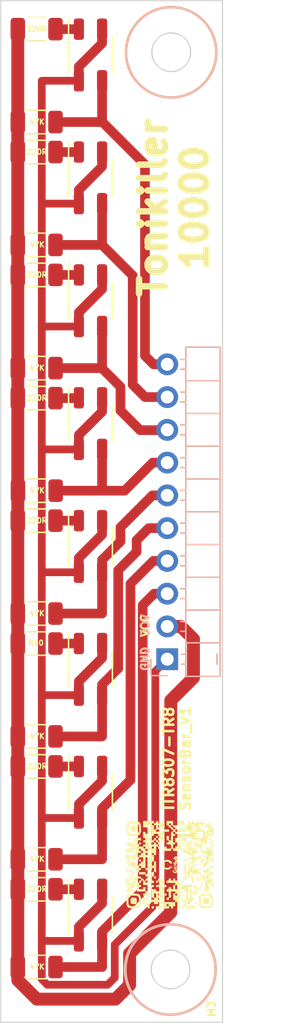
<source format=kicad_pcb>
(kicad_pcb (version 20221018) (generator pcbnew)
  (layers (0 "F.Cu" signal) (31 "B.Cu" signal) (34 "B.Paste" user) (35 "F.Paste" user) (36 "B.SilkS" user "B.Silkscreen") (37 "F.SilkS" user "F.Silkscreen") (38 "B.Mask" user) (39 "F.Mask" user) (44 "Edge.Cuts" user))
  (net 0 "")
  (net 1 "+5V")
  (net 2 "Net-(U1-A)")
  (net 3 "Net-(U2-A)")
  (net 4 "A4")
  (net 5 "A0")
  (net 6 "Net-(U3-A)")
  (net 7 "Net-(U4-A)")
  (net 8 "A5")
  (net 9 "A1")
  (net 10 "Net-(U5-A)")
  (net 11 "Net-(U6-A)")
  (net 12 "A6")
  (net 13 "A2")
  (net 14 "Net-(U7-A)")
  (net 15 "Net-(U8-A)")
  (net 16 "A7")
  (net 17 "A3")
  (net 18 "GND")
  (footprint "Resistor_SMD:R_1206_3216Metric" (layer "F.Cu") (at 118.27 85.15)
    (fp_text reference "R7" hide)
    (fp_text value "47K" (at 0.02 -0.015) (layer "F.SilkS") (effects (font (size 0.4 0.4) (thickness 0.1))))
    (pad "1" smd roundrect (at -1.4625 0) (size 1.125 1.75) (layers "F.Cu" "F.Paste" "F.Mask") (roundrect_rratio 0.2222222222) (net 1 "+5V"))
    (pad "2" smd roundrect (at 1.4625 0) (size 1.125 1.75) (layers "F.Cu" "F.Paste" "F.Mask") (roundrect_rratio 0.2222222222) (net 8 "A5"))
  )
  (footprint "OptoDevice:Everlight_ITR1201SR10AR" (layer "F.Cu") (at 122.445 89.45)
    (fp_text reference "U1" hide)
    (fp_text value "ITR8307")
    (pad "1" smd roundrect (at -0.9 2) (size 0.79 1.66) (layers "F.Cu" "F.Paste" "F.Mask") (net 18 "GND"))
    (pad "2" smd roundrect (at -0.9 -2) (size 0.79 1.66) (layers "F.Cu" "F.Paste" "F.Mask") (net 2 "Net-(U1-A)"))
    (pad "3" smd roundrect (at 0.9 2) (size 0.79 1.66) (layers "F.Cu" "F.Paste" "F.Mask") (net 4 "A4"))
    (pad "4" smd roundrect (at 0.9 -2) (size 0.79 1.66) (layers "F.Cu" "F.Paste" "F.Mask") (net 18 "GND"))
  )
  (footprint "Resistor_SMD:R_1206_3216Metric" (layer "F.Cu") (at 118.27 96.975)
    (fp_text reference "R14" hide)
    (fp_text value "220R" (at 0.02 -0.015) (layer "F.SilkS") (effects (font (size 0.4 0.4) (thickness 0.1))))
    (pad "1" smd roundrect (at -1.4625 0) (size 1.125 1.75) (layers "F.Cu" "F.Paste" "F.Mask") (roundrect_rratio 0.2222222222) (net 1 "+5V"))
    (pad "2" smd roundrect (at 1.4625 0) (size 1.125 1.75) (layers "F.Cu" "F.Paste" "F.Mask") (roundrect_rratio 0.2222222222) (net 15 "Net-(U8-A)"))
  )
  (footprint "Resistor_SMD:R_1206_3216Metric" (layer "F.Cu") (at 118.27 68.4)
    (fp_text reference "R9" hide)
    (fp_text value "220R" (at 0.02 -0.015) (layer "F.SilkS") (effects (font (size 0.4 0.4) (thickness 0.1))))
    (pad "1" smd roundrect (at -1.4625 0) (size 1.125 1.75) (layers "F.Cu" "F.Paste" "F.Mask") (roundrect_rratio 0.2222222222) (net 1 "+5V"))
    (pad "2" smd roundrect (at 1.4625 0) (size 1.125 1.75) (layers "F.Cu" "F.Paste" "F.Mask") (roundrect_rratio 0.2222222222) (net 10 "Net-(U5-A)"))
  )
  (footprint "OptoDevice:Everlight_ITR1201SR10AR" (layer "F.Cu") (at 122.445 70.4)
    (fp_text reference "U5" hide)
    (fp_text value "ITR8307")
    (pad "1" smd roundrect (at -0.9 2) (size 0.79 1.66) (layers "F.Cu" "F.Paste" "F.Mask") (net 18 "GND"))
    (pad "2" smd roundrect (at -0.9 -2) (size 0.79 1.66) (layers "F.Cu" "F.Paste" "F.Mask") (net 10 "Net-(U5-A)"))
    (pad "3" smd roundrect (at 0.9 2) (size 0.79 1.66) (layers "F.Cu" "F.Paste" "F.Mask") (net 12 "A6"))
    (pad "4" smd roundrect (at 0.9 -2) (size 0.79 1.66) (layers "F.Cu" "F.Paste" "F.Mask") (net 18 "GND"))
  )
  (footprint "Resistor_SMD:R_1206_3216Metric" (layer "F.Cu") (at 118.27 87.475)
    (fp_text reference "R1" hide)
    (fp_text value "220R" (at 0.02 -0.015) (layer "F.SilkS") (effects (font (size 0.4 0.4) (thickness 0.1))))
    (pad "1" smd roundrect (at -1.4625 0) (size 1.125 1.75) (layers "F.Cu" "F.Paste" "F.Mask") (roundrect_rratio 0.2222222222) (net 1 "+5V"))
    (pad "2" smd roundrect (at 1.4625 0) (size 1.125 1.75) (layers "F.Cu" "F.Paste" "F.Mask") (roundrect_rratio 0.2222222222) (net 2 "Net-(U1-A)"))
  )
  (footprint "Resistor_SMD:R_1206_3216Metric" (layer "F.Cu") (at 118.27 104.175)
    (fp_text reference "R16" hide)
    (fp_text value "47K" (at 0.02 -0.015) (layer "F.SilkS") (effects (font (size 0.4 0.4) (thickness 0.1))))
    (pad "1" smd roundrect (at -1.4625 0) (size 1.125 1.75) (layers "F.Cu" "F.Paste" "F.Mask") (roundrect_rratio 0.2222222222) (net 1 "+5V"))
    (pad "2" smd roundrect (at 1.4625 0) (size 1.125 1.75) (layers "F.Cu" "F.Paste" "F.Mask") (roundrect_rratio 0.2222222222) (net 17 "A3"))
  )
  (footprint "Resistor_SMD:R_1206_3216Metric" (layer "F.Cu") (at 118.27 66.075)
    (fp_text reference "R15" hide)
    (fp_text value "47K" (at 0.02 -0.015) (layer "F.SilkS") (effects (font (size 0.4 0.4) (thickness 0.1))))
    (pad "1" smd roundrect (at -1.4625 0) (size 1.125 1.75) (layers "F.Cu" "F.Paste" "F.Mask") (roundrect_rratio 0.2222222222) (net 1 "+5V"))
    (pad "2" smd roundrect (at 1.4625 0) (size 1.125 1.75) (layers "F.Cu" "F.Paste" "F.Mask") (roundrect_rratio 0.2222222222) (net 16 "A7"))
  )
  (footprint "Resistor_SMD:R_1206_3216Metric" (layer "F.Cu") (at 118.27 113.7)
    (fp_text reference "R12" hide)
    (fp_text value "47K" (at 0.02 -0.015) (layer "F.SilkS") (effects (font (size 0.4 0.4) (thickness 0.1))))
    (pad "1" smd roundrect (at -1.4625 0) (size 1.125 1.75) (layers "F.Cu" "F.Paste" "F.Mask") (roundrect_rratio 0.2222222222) (net 1 "+5V"))
    (pad "2" smd roundrect (at 1.4625 0) (size 1.125 1.75) (layers "F.Cu" "F.Paste" "F.Mask") (roundrect_rratio 0.2222222222) (net 13 "A2"))
  )
  (footprint "Resistor_SMD:R_1206_3216Metric" (layer "F.Cu") (at 118.27 106.5)
    (fp_text reference "R10" (at -0.045 -0.05) (layer "F.SilkS") (effects (font (size 0.4 0.4) (thickness 0.1))))
    (fp_text value "220R")
    (pad "1" smd roundrect (at -1.4625 0) (size 1.125 1.75) (layers "F.Cu" "F.Paste" "F.Mask") (roundrect_rratio 0.2222222222) (net 1 "+5V"))
    (pad "2" smd roundrect (at 1.4625 0) (size 1.125 1.75) (layers "F.Cu" "F.Paste" "F.Mask") (roundrect_rratio 0.2222222222) (net 11 "Net-(U6-A)"))
  )
  (footprint "Resistor_SMD:R_1206_3216Metric" (layer "F.Cu") (at 118.2825 94.65)
    (fp_text reference "R3" hide)
    (fp_text value "47K" (at 0.02 -0.015) (layer "F.SilkS") (effects (font (size 0.4 0.4) (thickness 0.1))))
    (pad "1" smd roundrect (at -1.4625 0) (size 1.125 1.75) (layers "F.Cu" "F.Paste" "F.Mask") (roundrect_rratio 0.2222222222) (net 1 "+5V"))
    (pad "2" smd roundrect (at 1.4625 0) (size 1.125 1.75) (layers "F.Cu" "F.Paste" "F.Mask") (roundrect_rratio 0.2222222222) (net 4 "A4"))
  )
  (footprint "OptoDevice:Everlight_ITR1201SR10AR" (layer "F.Cu") (at 122.445 108.5)
    (fp_text reference "U6" hide)
    (fp_text value "ITR8307")
    (pad "1" smd roundrect (at -0.9 2) (size 0.79 1.66) (layers "F.Cu" "F.Paste" "F.Mask") (net 18 "GND"))
    (pad "2" smd roundrect (at -0.9 -2) (size 0.79 1.66) (layers "F.Cu" "F.Paste" "F.Mask") (net 11 "Net-(U6-A)"))
    (pad "3" smd roundrect (at 0.9 2) (size 0.79 1.66) (layers "F.Cu" "F.Paste" "F.Mask") (net 13 "A2"))
    (pad "4" smd roundrect (at 0.9 -2) (size 0.79 1.66) (layers "F.Cu" "F.Paste" "F.Mask") (net 18 "GND"))
  )
  (footprint "Resistor_SMD:R_1206_3216Metric" (layer "F.Cu") (at 118.27 125.55)
    (fp_text reference "R2" hide)
    (fp_text value "220R" (at 0.02 -0.015) (layer "F.SilkS") (effects (font (size 0.4 0.4) (thickness 0.1))))
    (pad "1" smd roundrect (at -1.4625 0) (size 1.125 1.75) (layers "F.Cu" "F.Paste" "F.Mask") (roundrect_rratio 0.2222222222) (net 1 "+5V"))
    (pad "2" smd roundrect (at 1.4625 0) (size 1.125 1.75) (layers "F.Cu" "F.Paste" "F.Mask") (roundrect_rratio 0.2222222222) (net 3 "Net-(U2-A)"))
  )
  (footprint "Resistor_SMD:R_1206_3216Metric" (layer "F.Cu") (at 118.27 116.025)
    (fp_text reference "R6" hide)
    (fp_text value "220R" (at 0.02 -0.015) (layer "F.SilkS") (effects (font (size 0.4 0.4) (thickness 0.1))))
    (pad "1" smd roundrect (at -1.4625 0) (size 1.125 1.75) (layers "F.Cu" "F.Paste" "F.Mask") (roundrect_rratio 0.2222222222) (net 1 "+5V"))
    (pad "2" smd roundrect (at 1.4625 0) (size 1.125 1.75) (layers "F.Cu" "F.Paste" "F.Mask") (roundrect_rratio 0.2222222222) (net 7 "Net-(U4-A)"))
  )
  (footprint "LOGO" (layer "F.Cu") (at 128.56 123.58 90)
    (fp_text reference "G***" hide)
    (fp_text value "LOGO" hide)
  )
  (footprint "Resistor_SMD:R_1206_3216Metric" (layer "F.Cu") (at 118.27 75.6)
    (fp_text reference "R11" hide)
    (fp_text value "47K" (at 0.02 -0.015) (layer "F.SilkS") (effects (font (size 0.4 0.4) (thickness 0.1))))
    (pad "1" smd roundrect (at -1.4625 0) (size 1.125 1.75) (layers "F.Cu" "F.Paste" "F.Mask") (roundrect_rratio 0.2222222222) (net 1 "+5V"))
    (pad "2" smd roundrect (at 1.4625 0) (size 1.125 1.75) (layers "F.Cu" "F.Paste" "F.Mask") (roundrect_rratio 0.2222222222) (net 12 "A6"))
  )
  (footprint "OptoDevice:Everlight_ITR1201SR10AR" (layer "F.Cu") (at 122.445 98.975)
    (fp_text reference "U8" hide)
    (fp_text value "ITR8307")
    (pad "1" smd roundrect (at -0.9 2) (size 0.79 1.66) (layers "F.Cu" "F.Paste" "F.Mask") (net 18 "GND"))
    (pad "2" smd roundrect (at -0.9 -2) (size 0.79 1.66) (layers "F.Cu" "F.Paste" "F.Mask") (net 15 "Net-(U8-A)"))
    (pad "3" smd roundrect (at 0.9 2) (size 0.79 1.66) (layers "F.Cu" "F.Paste" "F.Mask") (net 17 "A3"))
    (pad "4" smd roundrect (at 0.9 -2) (size 0.79 1.66) (layers "F.Cu" "F.Paste" "F.Mask") (net 18 "GND"))
  )
  (footprint "OptoDevice:Everlight_ITR1201SR10AR" (layer "F.Cu") (at 122.445 60.875)
    (fp_text reference "U7" hide)
    (fp_text value "ITR8307")
    (pad "1" smd roundrect (at -0.9 2) (size 0.79 1.66) (layers "F.Cu" "F.Paste" "F.Mask") (net 18 "GND"))
    (pad "2" smd roundrect (at -0.9 -2) (size 0.79 1.66) (layers "F.Cu" "F.Paste" "F.Mask") (net 14 "Net-(U7-A)"))
    (pad "3" smd roundrect (at 0.9 2) (size 0.79 1.66) (layers "F.Cu" "F.Paste" "F.Mask") (net 16 "A7"))
    (pad "4" smd roundrect (at 0.9 -2) (size 0.79 1.66) (layers "F.Cu" "F.Paste" "F.Mask") (net 18 "GND"))
  )
  (footprint "OptoDevice:Everlight_ITR1201SR10AR" (layer "F.Cu") (at 122.445 79.925)
    (fp_text reference "U3" hide)
    (fp_text value "ITR8307")
    (pad "1" smd roundrect (at -0.9 2) (size 0.79 1.66) (layers "F.Cu" "F.Paste" "F.Mask") (net 18 "GND"))
    (pad "2" smd roundrect (at -0.9 -2) (size 0.79 1.66) (layers "F.Cu" "F.Paste" "F.Mask") (net 6 "Net-(U3-A)"))
    (pad "3" smd roundrect (at 0.9 2) (size 0.79 1.66) (layers "F.Cu" "F.Paste" "F.Mask") (net 8 "A5"))
    (pad "4" smd roundrect (at 0.9 -2) (size 0.79 1.66) (layers "F.Cu" "F.Paste" "F.Mask") (net 18 "GND"))
  )
  (footprint "Resistor_SMD:R_1206_3216Metric" (layer "F.Cu") (at 118.27 123.225)
    (fp_text reference "R8" hide)
    (fp_text value "47K" (at 0.02 -0.015) (layer "F.SilkS") (effects (font (size 0.4 0.4) (thickness 0.1))))
    (pad "1" smd roundrect (at -1.4625 0) (size 1.125 1.75) (layers "F.Cu" "F.Paste" "F.Mask") (roundrect_rratio 0.2222222222) (net 1 "+5V"))
    (pad "2" smd roundrect (at 1.4625 0) (size 1.125 1.75) (layers "F.Cu" "F.Paste" "F.Mask") (roundrect_rratio 0.2222222222) (net 9 "A1"))
  )
  (footprint "OptoDevice:Everlight_ITR1201SR10AR" (layer "F.Cu") (at 122.445 127.55)
    (fp_text reference "U2" hide)
    (fp_text value "ITR8307")
    (pad "1" smd roundrect (at -0.9 2) (size 0.79 1.66) (layers "F.Cu" "F.Paste" "F.Mask") (net 18 "GND"))
    (pad "2" smd roundrect (at -0.9 -2) (size 0.79 1.66) (layers "F.Cu" "F.Paste" "F.Mask") (net 3 "Net-(U2-A)"))
    (pad "3" smd roundrect (at 0.9 2) (size 0.79 1.66) (layers "F.Cu" "F.Paste" "F.Mask") (net 5 "A0"))
    (pad "4" smd roundrect (at 0.9 -2) (size 0.79 1.66) (layers "F.Cu" "F.Paste" "F.Mask") (net 18 "GND"))
  )
  (footprint "OptoDevice:Everlight_ITR1201SR10AR" (layer "F.Cu") (at 122.445 118.025)
    (fp_text reference "U4" hide)
    (fp_text value "ITR8307")
    (pad "1" smd roundrect (at -0.9 2) (size 0.79 1.66) (layers "F.Cu" "F.Paste" "F.Mask") (net 18 "GND"))
    (pad "2" smd roundrect (at -0.9 -2) (size 0.79 1.66) (layers "F.Cu" "F.Paste" "F.Mask") (net 7 "Net-(U4-A)"))
    (pad "3" smd roundrect (at 0.9 2) (size 0.79 1.66) (layers "F.Cu" "F.Paste" "F.Mask") (net 9 "A1"))
    (pad "4" smd roundrect (at 0.9 -2) (size 0.79 1.66) (layers "F.Cu" "F.Paste" "F.Mask") (net 18 "GND"))
  )
  (footprint "Resistor_SMD:R_1206_3216Metric" (layer "F.Cu") (at 118.27 58.875)
    (fp_text reference "R13" hide)
    (fp_text value "220R" (at 0.02 -0.015) (layer "F.SilkS") (effects (font (size 0.4 0.4) (thickness 0.1))))
    (pad "1" smd roundrect (at -1.4625 0) (size 1.125 1.75) (layers "F.Cu" "F.Paste" "F.Mask") (roundrect_rratio 0.2222222222) (net 1 "+5V"))
    (pad "2" smd roundrect (at 1.4625 0) (size 1.125 1.75) (layers "F.Cu" "F.Paste" "F.Mask") (roundrect_rratio 0.2222222222) (net 14 "Net-(U7-A)"))
  )
  (footprint "Resistor_SMD:R_1206_3216Metric" (layer "F.Cu") (at 118.27 77.925)
    (fp_text reference "R5" hide)
    (fp_text value "220R" (at 0.02 -0.015) (layer "F.SilkS") (effects (font (size 0.4 0.4) (thickness 0.1))))
    (pad "1" smd roundrect (at -1.4625 0) (size 1.125 1.75) (layers "F.Cu" "F.Paste" "F.Mask") (roundrect_rratio 0.2222222222) (net 1 "+5V"))
    (pad "2" smd roundrect (at 1.4625 0) (size 1.125 1.75) (layers "F.Cu" "F.Paste" "F.Mask") (roundrect_rratio 0.2222222222) (net 6 "Net-(U3-A)"))
  )
  (footprint "Resistor_SMD:R_1206_3216Metric" (layer "F.Cu") (at 118.27 131.575)
    (fp_text reference "R4" hide)
    (fp_text value "47K" (at 0.02 -0.015) (layer "F.SilkS") (effects (font (size 0.4 0.4) (thickness 0.1))))
    (pad "1" smd roundrect (at -1.4625 0) (size 1.125 1.75) (layers "F.Cu" "F.Paste" "F.Mask") (roundrect_rratio 0.2222222222) (net 1 "+5V"))
    (pad "2" smd roundrect (at 1.4625 0) (size 1.125 1.75) (layers "F.Cu" "F.Paste" "F.Mask") (roundrect_rratio 0.2222222222) (net 5 "A0"))
  )
  (footprint "Connector_PinHeader_2.54mm:PinHeader_1x10_P2.54mm_Horizontal" (layer "B.Cu") (at 128.395 107.715)
    (fp_text reference "J1" hide)
    (fp_text value "Conn_01x10_Pin")
    (pad "1" thru_hole rect (at 0 0) (size 1.7 1.7) (drill 1) (layers "*.Cu" "*.Mask") (net 18 "GND"))
    (pad "2" thru_hole oval (at 0 -2.54) (size 1.7 1.7) (drill 1) (layers "*.Cu" "*.Mask") (net 1 "+5V"))
    (pad "3" thru_hole oval (at 0 -5.08) (size 1.7 1.7) (drill 1) (layers "*.Cu" "*.Mask") (net 5 "A0"))
    (pad "4" thru_hole oval (at 0 -7.62) (size 1.7 1.7) (drill 1) (layers "*.Cu" "*.Mask") (net 9 "A1"))
    (pad "5" thru_hole oval (at 0 -10.16) (size 1.7 1.7) (drill 1) (layers "*.Cu" "*.Mask") (net 13 "A2"))
    (pad "6" thru_hole oval (at 0 -12.7) (size 1.7 1.7) (drill 1) (layers "*.Cu" "*.Mask") (net 17 "A3"))
    (pad "7" thru_hole oval (at 0 -15.24) (size 1.7 1.7) (drill 1) (layers "*.Cu" "*.Mask") (net 4 "A4"))
    (pad "8" thru_hole oval (at 0 -17.78) (size 1.7 1.7) (drill 1) (layers "*.Cu" "*.Mask") (net 8 "A5"))
    (pad "9" thru_hole oval (at 0 -20.32) (size 1.7 1.7) (drill 1) (layers "*.Cu" "*.Mask") (net 12 "A6"))
    (pad "10" thru_hole oval (at 0 -22.86) (size 1.7 1.7) (drill 1) (layers "*.Cu" "*.Mask") (net 16 "A7"))
  )
  (gr_circle (center 128.70375 60.67) (end 125.20375 60.67) (stroke (width 0.2)) (fill none) (layer "B.SilkS"))
  (gr_circle (center 128.65375 131.77) (end 132.15375 131.77) (stroke (width 0.2)) (fill none) (layer "B.SilkS"))
  (gr_circle (center 128.62875 131.765) (end 132.12875 131.765) (stroke (width 0.2)) (fill none) (layer "F.SilkS"))
  (gr_circle (center 128.67875 60.665) (end 125.17875 60.665) (stroke (width 0.2)) (fill none) (layer "F.SilkS"))
  (gr_circle (center 128.65375 131.765) (end 130.15375 131.765) (stroke (width 0.1)) (fill none) (layer "Edge.Cuts"))
  (gr_rect (start 115.47875 56.665) (end 132.67875 135.865) (stroke (width 0.1)) (fill none) (layer "Edge.Cuts"))
  (gr_circle (center 128.70375 60.665) (end 127.20375 60.665) (stroke (width 0.1)) (fill none) (layer "Edge.Cuts"))
  (gr_text "VCC" (at 126.695 105.095 90) (layer "B.SilkS") (effects (font (size 0.6 0.6)) (justify mirror)))
  (gr_text "GND" (at 126.695 107.67 90) (layer "B.SilkS") (effects (font (size 0.6 0.6)) (justify mirror)))
  (gr_text "GND" (at 126.67 107.69 90) (layer "F.SilkS") (effects (font (size 0.6 0.6))))
  (gr_text "VCC" (at 126.67 105.115 90) (layer "F.SilkS") (effects (font (size 0.6 0.6))))
  (gr_text "M3" (at 131.82875 134.815 90) (layer "F.SilkS") (effects (font (size 0.6 0.6))))
  (gr_text "Tonikiller\n10000" (at 128.92 72.71 90) (layer "F.SilkS") (effects (font (size 2 2) (thickness 0.5) bold)))
  (gr_text "ITR8307-TR8\nSensorBar_V1" (at 129.15 115.42 90) (layer "F.SilkS") (effects (font (size 0.8 0.8) (thickness 0.2) bold)))
  (segment (start 130.42875 109.14875) (end 130.42875 106.14875) (width 1) (layer "F.Cu") (net 1))
  (segment (start 116.8075 131.575) (end 116.8075 132.59375) (width 1) (layer "F.Cu") (net 1))
  (segment (start 118.27875 134.065) (end 124.37875 134.065) (width 1) (layer "F.Cu") (net 1))
  (segment (start 116.8075 58.875) (end 116.8075 131.575) (width 1) (layer "F.Cu") (net 1))
  (segment (start 130.42875 106.14875) (end 129.455 105.175) (width 1) (layer "F.Cu") (net 1))
  (segment (start 128.67 127.34) (end 128.67 110.9075) (width 1) (layer "F.Cu") (net 1))
  (segment (start 125.47875 130.53125) (end 128.67 127.34) (width 1) (layer "F.Cu") (net 1))
  (segment (start 125.47875 132.965) (end 125.47875 130.53125) (width 1) (layer "F.Cu") (net 1))
  (segment (start 129.455 105.175) (end 128.395 105.175) (width 1) (layer "F.Cu") (net 1))
  (segment (start 128.67 110.9075) (end 130.42875 109.14875) (width 1) (layer "F.Cu") (net 1))
  (segment (start 124.37875 134.065) (end 125.47875 132.965) (width 1) (layer "F.Cu") (net 1))
  (segment (start 116.8075 132.59375) (end 118.27875 134.065) (width 1) (layer "F.Cu") (net 1))
  (segment (start 121.545 87.475) (end 119.7325 87.475) (width 0.75) (layer "F.Cu") (net 2))
  (segment (start 121.545 125.55) (end 119.7325 125.55) (width 0.75) (layer "F.Cu") (net 3))
  (segment (start 127.27 92.475) (end 128.395 92.475) (width 0.75) (layer "F.Cu") (net 4))
  (segment (start 125.095 94.65) (end 127.27 92.475) (width 0.75) (layer "F.Cu") (net 4))
  (segment (start 123.345 94.65) (end 125.095 94.65) (width 0.75) (layer "F.Cu") (net 4))
  (segment (start 119.7075 94.65) (end 123.345 94.65) (width 0.75) (layer "F.Cu") (net 4))
  (segment (start 123.345 94.65) (end 123.345 91.45) (width 0.75) (layer "F.Cu") (net 4))
  (segment (start 123.345 131.575) (end 123.345 128.815) (width 0.75) (layer "F.Cu") (net 5))
  (segment (start 119.7325 131.575) (end 123.345 131.575) (width 0.75) (layer "F.Cu") (net 5))
  (segment (start 126.495 103.515) (end 127.375 102.635) (width 0.75) (layer "F.Cu") (net 5))
  (segment (start 126.495 125.665) (end 126.495 103.515) (width 0.75) (layer "F.Cu") (net 5))
  (segment (start 123.345 131.575) (end 123.345 129.55) (width 0.75) (layer "F.Cu") (net 5))
  (segment (start 123.345 128.815) (end 126.495 125.665) (width 0.75) (layer "F.Cu") (net 5))
  (segment (start 127.375 102.635) (end 128.395 102.635) (width 0.75) (layer "F.Cu") (net 5))
  (segment (start 121.545 77.925) (end 119.7325 77.925) (width 0.75) (layer "F.Cu") (net 6))
  (segment (start 121.545 116.025) (end 119.7325 116.025) (width 0.75) (layer "F.Cu") (net 7))
  (segment (start 123.27 85.1) (end 124.77 86.6) (width 0.75) (layer "F.Cu") (net 8))
  (segment (start 124.77 86.6) (end 124.77 88.44) (width 0.75) (layer "F.Cu") (net 8))
  (segment (start 126.29 89.96) (end 128.42 89.96) (width 0.75) (layer "F.Cu") (net 8))
  (segment (start 124.77 88.44) (end 126.29 89.96) (width 0.75) (layer "F.Cu") (net 8))
  (segment (start 123.345 85.15) (end 123.345 81.95) (width 0.75) (layer "F.Cu") (net 8))
  (segment (start 119.7075 85.15) (end 123.345 85.15) (width 0.75) (layer "F.Cu") (net 8))
  (segment (start 125.545 117.075) (end 125.545 101.865) (width 0.75) (layer "F.Cu") (net 9))
  (segment (start 125.545 101.865) (end 127.315 100.095) (width 0.75) (layer "F.Cu") (net 9))
  (segment (start 123.345 120.025) (end 123.345 119.275) (width 0.75) (layer "F.Cu") (net 9))
  (segment (start 123.345 123.225) (end 123.345 120.025) (width 0.75) (layer "F.Cu") (net 9))
  (segment (start 123.345 119.275) (end 125.545 117.075) (width 0.75) (layer "F.Cu") (net 9))
  (segment (start 119.7075 123.225) (end 123.345 123.225) (width 0.75) (layer "F.Cu") (net 9))
  (segment (start 128.405 100.325) (end 128.42 100.34) (width 0.75) (layer "F.Cu") (net 9))
  (segment (start 127.315 100.095) (end 128.395 100.095) (width 0.75) (layer "F.Cu") (net 9))
  (segment (start 121.545 68.4) (end 119.7325 68.4) (width 0.75) (layer "F.Cu") (net 10))
  (segment (start 121.545 106.5) (end 119.7325 106.5) (width 0.75) (layer "F.Cu") (net 11))
  (segment (start 123.345 75.6) (end 123.345 72.4) (width 0.75) (layer "F.Cu") (net 12))
  (segment (start 125.72 86.44) (end 126.675 87.395) (width 0.75) (layer "F.Cu") (net 12))
  (segment (start 126.675 87.395) (end 128.395 87.395) (width 0.75) (layer "F.Cu") (net 12))
  (segment (start 119.7075 75.6) (end 123.345 75.6) (width 0.75) (layer "F.Cu") (net 12))
  (segment (start 123.345 75.6) (end 125.72 77.975) (width 0.75) (layer "F.Cu") (net 12))
  (segment (start 125.72 77.975) (end 125.72 86.44) (width 0.75) (layer "F.Cu") (net 12))
  (segment (start 128.395 97.555) (end 126.955 97.555) (width 0.75) (layer "F.Cu") (net 13))
  (segment (start 124.595 100.815) (end 124.595 108.425) (width 0.75) (layer "F.Cu") (net 13))
  (segment (start 123.345 113.7) (end 123.345 110.5) (width 0.75) (layer "F.Cu") (net 13))
  (segment (start 119.7075 113.7) (end 123.345 113.7) (width 0.75) (layer "F.Cu") (net 13))
  (segment (start 124.595 108.425) (end 123.345 109.675) (width 0.75) (layer "F.Cu") (net 13))
  (segment (start 126.955 97.555) (end 126.02 98.49) (width 0.75) (layer "F.Cu") (net 13))
  (segment (start 126.02 98.49) (end 126.02 99.39) (width 0.75) (layer "F.Cu") (net 13))
  (segment (start 123.345 109.675) (end 123.345 110.5) (width 0.75) (layer "F.Cu") (net 13))
  (segment (start 126.02 99.39) (end 124.595 100.815) (width 0.75) (layer "F.Cu") (net 13))
  (segment (start 121.5325 58.875) (end 119.72 58.875) (width 0.75) (layer "F.Cu") (net 14))
  (segment (start 121.545 96.975) (end 119.7325 96.975) (width 0.75) (layer "F.Cu") (net 15))
  (segment (start 123.345 66.05) (end 126.67 69.375) (width 0.75) (layer "F.Cu") (net 16))
  (segment (start 126.67 84.19) (end 127.335 84.855) (width 0.75) (layer "F.Cu") (net 16))
  (segment (start 127.335 84.855) (end 128.395 84.855) (width 0.75) (layer "F.Cu") (net 16))
  (segment (start 126.67 69.375) (end 126.67 84.19) (width 0.75) (layer "F.Cu") (net 16))
  (segment (start 119.7075 66.075) (end 123.32 66.075) (width 0.75) (layer "F.Cu") (net 16))
  (segment (start 123.32 66.075) (end 123.345 66.05) (width 0.75) (layer "F.Cu") (net 16))
  (segment (start 123.345 66.05) (end 123.345 62.875) (width 0.75) (layer "F.Cu") (net 16))
  (segment (start 124.77 97.49) (end 124.77 98.59) (width 0.75) (layer "F.Cu") (net 17))
  (segment (start 128.395 95.015) (end 127.245 95.015) (width 0.75) (layer "F.Cu") (net 17))
  (segment (start 127.245 95.015) (end 124.77 97.49) (width 0.75) (layer "F.Cu") (net 17))
  (segment (start 123.345 100.015) (end 123.345 100.975) (width 0.75) (layer "F.Cu") (net 17))
  (segment (start 123.345 104.175) (end 123.345 100.975) (width 0.75) (layer "F.Cu") (net 17))
  (segment (start 124.77 98.59) (end 123.345 100.015) (width 0.75) (layer "F.Cu") (net 17))
  (segment (start 119.7075 104.175) (end 123.345 104.175) (width 0.75) (layer "F.Cu") (net 17))
  (segment (start 121.545 72.4) (end 118.67 72.4) (width 0.6) (layer "F.Cu") (net 18))
  (segment (start 121.545 90.325) (end 123.345 88.525) (width 0.75) (layer "F.Cu") (net 18))
  (segment (start 121.545 120.025) (end 118.695 120.025) (width 0.6) (layer "F.Cu") (net 18))
  (segment (start 118.67 132.525) (end 119.095 132.95) (width 0.6) (layer "F.Cu") (net 18))
  (segment (start 121.545 100.975) (end 121.545 99.85) (width 0.75) (layer "F.Cu") (net 18))
  (segment (start 121.545 110.5) (end 121.545 109.425) (width 0.75) (layer "F.Cu") (net 18))
  (segment (start 121.545 100.975) (end 118.67 100.975) (width 0.6) (layer "F.Cu") (net 18))
  (segment (start 123.345 117.15) (end 123.345 116.025) (width 0.75) (layer "F.Cu") (net 18))
  (segment (start 121.545 72.4) (end 121.545 71.325) (width 0.75) (layer "F.Cu") (net 18))
  (segment (start 121.545 62.875) (end 121.545 61.775) (width 0.75) (layer "F.Cu") (net 18))
  (segment (start 121.545 61.775) (end 123.345 59.975) (width 0.75) (layer "F.Cu") (net 18))
  (segment (start 123.345 79.025) (end 123.345 77.925) (width 0.75) (layer "F.Cu") (net 18))
  (segment (start 127.47 126.69) (end 127.47 108.64) (width 0.6) (layer "F.Cu") (net 18))
  (segment (start 123.345 88.525) (end 123.345 87.45) (width 0.75) (layer "F.Cu") (net 18))
  (segment (start 124.32875 129.83125) (end 127.47 126.69) (width 0.6) (layer "F.Cu") (net 18))
  (segment (start 121.545 129.55) (end 121.545 128.45) (width 0.75) (layer "F.Cu") (net 18))
  (segment (start 124.32875 132.39125) (end 124.32875 129.83125) (width 0.6) (layer "F.Cu") (net 18))
  (segment (start 118.695 120.025) (end 118.67 120.05) (width 0.6) (layer "F.Cu") (net 18))
  (segment (start 118.67 72.4) (end 118.67 62.875) (width 0.6) (layer "F.Cu") (net 18))
  (segment (start 119.095 132.95) (end 123.77 132.95) (width 0.6) (layer "F.Cu") (net 18))
  (segment (start 118.67 91.45) (end 118.67 81.925) (width 0.6) (layer "F.Cu") (net 18))
  (segment (start 121.545 99.85) (end 123.345 98.05) (width 0.75) (layer "F.Cu") (net 18))
  (segment (start 123.345 98.05) (end 123.345 96.975) (width 0.75) (layer "F.Cu") (net 18))
  (segment (start 118.67 120.05) (end 118.67 110.5) (width 0.6) (layer "F.Cu") (net 18))
  (segment (start 121.545 91.45) (end 121.545 90.325) (width 0.75) (layer "F.Cu") (net 18))
  (segment (start 121.545 81.925) (end 118.67 81.925) (width 0.6) (layer "F.Cu") (net 18))
  (segment (start 118.67 110.5) (end 118.67 100.975) (width 0.6) (layer "F.Cu") (net 18))
  (segment (start 123.77 132.95) (end 124.32875 132.39125) (width 0.6) (layer "F.Cu") (net 18))
  (segment (start 121.545 118.95) (end 123.345 117.15) (width 0.75) (layer "F.Cu") (net 18))
  (segment (start 121.545 80.825) (end 123.345 79.025) (width 0.75) (layer "F.Cu") (net 18))
  (segment (start 121.545 110.5) (end 118.67 110.5) (width 0.6) (layer "F.Cu") (net 18))
  (segment (start 123.345 59.975) (end 123.345 58.875) (width 0.75) (layer "F.Cu") (net 18))
  (segment (start 121.545 109.425) (end 123.345 107.625) (width 0.75) (layer "F.Cu") (net 18))
  (segment (start 121.545 91.45) (end 118.67 91.45) (width 0.6) (layer "F.Cu") (net 18))
  (segment (start 121.545 129.55) (end 118.67 129.55) (width 0.6) (layer "F.Cu") (net 18))
  (segment (start 121.545 81.925) (end 121.545 80.825) (width 0.75) (layer "F.Cu") (net 18))
  (segment (start 123.345 107.625) (end 123.345 106.5) (width 0.75) (layer "F.Cu") (net 18))
  (segment (start 127.47 108.64) (end 128.395 107.715) (width 0.6) (layer "F.Cu") (net 18))
  (segment (start 118.67 129.55) (end 118.67 120.05) (width 0.6) (layer "F.Cu") (net 18))
  (segment (start 118.67 129.55) (end 118.67 132.525) (width 0.6) (layer "F.Cu") (net 18))
  (segment (start 121.545 71.325) (end 123.345 69.525) (width 0.75) (layer "F.Cu") (net 18))
  (segment (start 118.67 81.925) (end 118.67 72.4) (width 0.6) (layer "F.Cu") (net 18))
  (segment (start 123.345 69.525) (end 123.345 68.4) (width 0.75) (layer "F.Cu") (net 18))
  (segment (start 121.545 120.025) (end 121.545 118.95) (width 0.75) (layer "F.Cu") (net 18))
  (segment (start 121.545 128.45) (end 123.345 126.65) (width 0.75) (layer "F.Cu") (net 18))
  (segment (start 118.67 100.975) (end 118.67 91.45) (width 0.6) (layer "F.Cu") (net 18))
  (segment (start 121.545 62.875) (end 118.67 62.875) (width 0.6) (layer "F.Cu") (net 18))
  (segment (start 123.345 126.65) (end 123.345 125.55) (width 0.75) (layer "F.Cu") (net 18))
)
</source>
